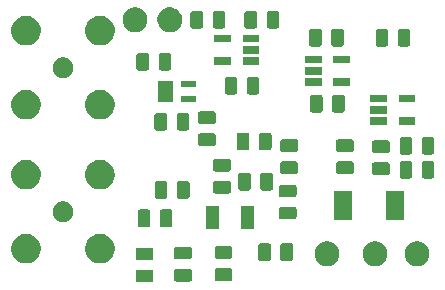
<source format=gts>
G04 #@! TF.GenerationSoftware,KiCad,Pcbnew,5.0.2-bee76a0~70~ubuntu18.04.1*
G04 #@! TF.CreationDate,2019-03-03T20:31:20-05:00*
G04 #@! TF.ProjectId,agc,6167632e-6b69-4636-9164-5f7063625858,rev?*
G04 #@! TF.SameCoordinates,Original*
G04 #@! TF.FileFunction,Soldermask,Top*
G04 #@! TF.FilePolarity,Negative*
%FSLAX46Y46*%
G04 Gerber Fmt 4.6, Leading zero omitted, Abs format (unit mm)*
G04 Created by KiCad (PCBNEW 5.0.2-bee76a0~70~ubuntu18.04.1) date Sun 03 Mar 2019 08:31:20 PM EST*
%MOMM*%
%LPD*%
G01*
G04 APERTURE LIST*
%ADD10C,0.100000*%
G04 APERTURE END LIST*
D10*
G36*
X86233266Y-148688765D02*
X86271937Y-148700496D01*
X86307579Y-148719548D01*
X86338817Y-148745183D01*
X86364452Y-148776421D01*
X86383504Y-148812063D01*
X86395235Y-148850734D01*
X86399800Y-148897088D01*
X86399800Y-149548312D01*
X86395235Y-149594666D01*
X86383504Y-149633337D01*
X86364452Y-149668979D01*
X86338817Y-149700217D01*
X86307579Y-149725852D01*
X86271937Y-149744904D01*
X86233266Y-149756635D01*
X86186912Y-149761200D01*
X85110688Y-149761200D01*
X85064334Y-149756635D01*
X85025663Y-149744904D01*
X84990021Y-149725852D01*
X84958783Y-149700217D01*
X84933148Y-149668979D01*
X84914096Y-149633337D01*
X84902365Y-149594666D01*
X84897800Y-149548312D01*
X84897800Y-148897088D01*
X84902365Y-148850734D01*
X84914096Y-148812063D01*
X84933148Y-148776421D01*
X84958783Y-148745183D01*
X84990021Y-148719548D01*
X85025663Y-148700496D01*
X85064334Y-148688765D01*
X85110688Y-148684200D01*
X86186912Y-148684200D01*
X86233266Y-148688765D01*
X86233266Y-148688765D01*
G37*
G36*
X89484466Y-148612565D02*
X89523137Y-148624296D01*
X89558779Y-148643348D01*
X89590017Y-148668983D01*
X89615652Y-148700221D01*
X89634704Y-148735863D01*
X89646435Y-148774534D01*
X89651000Y-148820888D01*
X89651000Y-149472112D01*
X89646435Y-149518466D01*
X89634704Y-149557137D01*
X89615652Y-149592779D01*
X89590017Y-149624017D01*
X89558779Y-149649652D01*
X89523137Y-149668704D01*
X89484466Y-149680435D01*
X89438112Y-149685000D01*
X88361888Y-149685000D01*
X88315534Y-149680435D01*
X88276863Y-149668704D01*
X88241221Y-149649652D01*
X88209983Y-149624017D01*
X88184348Y-149592779D01*
X88165296Y-149557137D01*
X88153565Y-149518466D01*
X88149000Y-149472112D01*
X88149000Y-148820888D01*
X88153565Y-148774534D01*
X88165296Y-148735863D01*
X88184348Y-148700221D01*
X88209983Y-148668983D01*
X88241221Y-148643348D01*
X88276863Y-148624296D01*
X88315534Y-148612565D01*
X88361888Y-148608000D01*
X89438112Y-148608000D01*
X89484466Y-148612565D01*
X89484466Y-148612565D01*
G37*
G36*
X92913466Y-148561765D02*
X92952137Y-148573496D01*
X92987779Y-148592548D01*
X93019017Y-148618183D01*
X93044652Y-148649421D01*
X93063704Y-148685063D01*
X93075435Y-148723734D01*
X93080000Y-148770088D01*
X93080000Y-149421312D01*
X93075435Y-149467666D01*
X93063704Y-149506337D01*
X93044652Y-149541979D01*
X93019017Y-149573217D01*
X92987779Y-149598852D01*
X92952137Y-149617904D01*
X92913466Y-149629635D01*
X92867112Y-149634200D01*
X91790888Y-149634200D01*
X91744534Y-149629635D01*
X91705863Y-149617904D01*
X91670221Y-149598852D01*
X91638983Y-149573217D01*
X91613348Y-149541979D01*
X91594296Y-149506337D01*
X91582565Y-149467666D01*
X91578000Y-149421312D01*
X91578000Y-148770088D01*
X91582565Y-148723734D01*
X91594296Y-148685063D01*
X91613348Y-148649421D01*
X91638983Y-148618183D01*
X91670221Y-148592548D01*
X91705863Y-148573496D01*
X91744534Y-148561765D01*
X91790888Y-148557200D01*
X92867112Y-148557200D01*
X92913466Y-148561765D01*
X92913466Y-148561765D01*
G37*
G36*
X109018414Y-146309879D02*
X109018416Y-146309880D01*
X109018417Y-146309880D01*
X109209594Y-146389068D01*
X109381651Y-146504033D01*
X109527967Y-146650349D01*
X109527969Y-146650352D01*
X109642932Y-146822406D01*
X109717426Y-147002250D01*
X109722121Y-147013586D01*
X109762490Y-147216534D01*
X109762490Y-147423466D01*
X109724004Y-147616950D01*
X109722120Y-147626417D01*
X109659420Y-147777788D01*
X109642932Y-147817594D01*
X109527967Y-147989651D01*
X109381651Y-148135967D01*
X109381648Y-148135969D01*
X109209594Y-148250932D01*
X109018417Y-148330120D01*
X109018416Y-148330120D01*
X109018414Y-148330121D01*
X108815466Y-148370490D01*
X108608534Y-148370490D01*
X108405586Y-148330121D01*
X108405584Y-148330120D01*
X108405583Y-148330120D01*
X108214406Y-148250932D01*
X108042352Y-148135969D01*
X108042349Y-148135967D01*
X107896033Y-147989651D01*
X107781068Y-147817594D01*
X107764580Y-147777788D01*
X107701880Y-147626417D01*
X107699997Y-147616950D01*
X107661510Y-147423466D01*
X107661510Y-147216534D01*
X107701879Y-147013586D01*
X107706575Y-147002250D01*
X107781068Y-146822406D01*
X107896031Y-146650352D01*
X107896033Y-146650349D01*
X108042349Y-146504033D01*
X108214406Y-146389068D01*
X108405583Y-146309880D01*
X108405584Y-146309880D01*
X108405586Y-146309879D01*
X108608534Y-146269510D01*
X108815466Y-146269510D01*
X109018414Y-146309879D01*
X109018414Y-146309879D01*
G37*
G36*
X105462414Y-146309879D02*
X105462416Y-146309880D01*
X105462417Y-146309880D01*
X105653594Y-146389068D01*
X105825651Y-146504033D01*
X105971967Y-146650349D01*
X105971969Y-146650352D01*
X106086932Y-146822406D01*
X106161426Y-147002250D01*
X106166121Y-147013586D01*
X106206490Y-147216534D01*
X106206490Y-147423466D01*
X106168004Y-147616950D01*
X106166120Y-147626417D01*
X106103420Y-147777788D01*
X106086932Y-147817594D01*
X105971967Y-147989651D01*
X105825651Y-148135967D01*
X105825648Y-148135969D01*
X105653594Y-148250932D01*
X105462417Y-148330120D01*
X105462416Y-148330120D01*
X105462414Y-148330121D01*
X105259466Y-148370490D01*
X105052534Y-148370490D01*
X104849586Y-148330121D01*
X104849584Y-148330120D01*
X104849583Y-148330120D01*
X104658406Y-148250932D01*
X104486352Y-148135969D01*
X104486349Y-148135967D01*
X104340033Y-147989651D01*
X104225068Y-147817594D01*
X104208580Y-147777788D01*
X104145880Y-147626417D01*
X104143997Y-147616950D01*
X104105510Y-147423466D01*
X104105510Y-147216534D01*
X104145879Y-147013586D01*
X104150575Y-147002250D01*
X104225068Y-146822406D01*
X104340031Y-146650352D01*
X104340033Y-146650349D01*
X104486349Y-146504033D01*
X104658406Y-146389068D01*
X104849583Y-146309880D01*
X104849584Y-146309880D01*
X104849586Y-146309879D01*
X105052534Y-146269510D01*
X105259466Y-146269510D01*
X105462414Y-146309879D01*
X105462414Y-146309879D01*
G37*
G36*
X101398414Y-146309879D02*
X101398416Y-146309880D01*
X101398417Y-146309880D01*
X101589594Y-146389068D01*
X101761651Y-146504033D01*
X101907967Y-146650349D01*
X101907969Y-146650352D01*
X102022932Y-146822406D01*
X102097426Y-147002250D01*
X102102121Y-147013586D01*
X102142490Y-147216534D01*
X102142490Y-147423466D01*
X102104004Y-147616950D01*
X102102120Y-147626417D01*
X102039420Y-147777788D01*
X102022932Y-147817594D01*
X101907967Y-147989651D01*
X101761651Y-148135967D01*
X101761648Y-148135969D01*
X101589594Y-148250932D01*
X101398417Y-148330120D01*
X101398416Y-148330120D01*
X101398414Y-148330121D01*
X101195466Y-148370490D01*
X100988534Y-148370490D01*
X100785586Y-148330121D01*
X100785584Y-148330120D01*
X100785583Y-148330120D01*
X100594406Y-148250932D01*
X100422352Y-148135969D01*
X100422349Y-148135967D01*
X100276033Y-147989651D01*
X100161068Y-147817594D01*
X100144580Y-147777788D01*
X100081880Y-147626417D01*
X100079997Y-147616950D01*
X100041510Y-147423466D01*
X100041510Y-147216534D01*
X100081879Y-147013586D01*
X100086575Y-147002250D01*
X100161068Y-146822406D01*
X100276031Y-146650352D01*
X100276033Y-146650349D01*
X100422349Y-146504033D01*
X100594406Y-146389068D01*
X100785583Y-146309880D01*
X100785584Y-146309880D01*
X100785586Y-146309879D01*
X100988534Y-146269510D01*
X101195466Y-146269510D01*
X101398414Y-146309879D01*
X101398414Y-146309879D01*
G37*
G36*
X75793636Y-145655019D02*
X75974903Y-145691075D01*
X76202571Y-145785378D01*
X76406542Y-145921668D01*
X76407469Y-145922287D01*
X76581713Y-146096531D01*
X76581715Y-146096534D01*
X76718622Y-146301429D01*
X76812925Y-146529097D01*
X76828662Y-146608212D01*
X76859066Y-146761061D01*
X76861000Y-146770787D01*
X76861000Y-147017213D01*
X76812925Y-147258903D01*
X76718622Y-147486571D01*
X76598077Y-147666979D01*
X76581713Y-147691469D01*
X76407469Y-147865713D01*
X76407466Y-147865715D01*
X76202571Y-148002622D01*
X75974903Y-148096925D01*
X75793635Y-148132981D01*
X75733214Y-148145000D01*
X75486786Y-148145000D01*
X75426365Y-148132981D01*
X75245097Y-148096925D01*
X75017429Y-148002622D01*
X74812534Y-147865715D01*
X74812531Y-147865713D01*
X74638287Y-147691469D01*
X74621923Y-147666979D01*
X74501378Y-147486571D01*
X74407075Y-147258903D01*
X74359000Y-147017213D01*
X74359000Y-146770787D01*
X74360935Y-146761061D01*
X74391338Y-146608212D01*
X74407075Y-146529097D01*
X74501378Y-146301429D01*
X74638285Y-146096534D01*
X74638287Y-146096531D01*
X74812531Y-145922287D01*
X74813458Y-145921668D01*
X75017429Y-145785378D01*
X75245097Y-145691075D01*
X75426364Y-145655019D01*
X75486786Y-145643000D01*
X75733214Y-145643000D01*
X75793636Y-145655019D01*
X75793636Y-145655019D01*
G37*
G36*
X82053636Y-145655019D02*
X82234903Y-145691075D01*
X82462571Y-145785378D01*
X82666542Y-145921668D01*
X82667469Y-145922287D01*
X82841713Y-146096531D01*
X82841715Y-146096534D01*
X82978622Y-146301429D01*
X83072925Y-146529097D01*
X83088662Y-146608212D01*
X83119066Y-146761061D01*
X83121000Y-146770787D01*
X83121000Y-147017213D01*
X83072925Y-147258903D01*
X82978622Y-147486571D01*
X82858077Y-147666979D01*
X82841713Y-147691469D01*
X82667469Y-147865713D01*
X82667466Y-147865715D01*
X82462571Y-148002622D01*
X82234903Y-148096925D01*
X82053635Y-148132981D01*
X81993214Y-148145000D01*
X81746786Y-148145000D01*
X81686365Y-148132981D01*
X81505097Y-148096925D01*
X81277429Y-148002622D01*
X81072534Y-147865715D01*
X81072531Y-147865713D01*
X80898287Y-147691469D01*
X80881923Y-147666979D01*
X80761378Y-147486571D01*
X80667075Y-147258903D01*
X80619000Y-147017213D01*
X80619000Y-146770787D01*
X80620935Y-146761061D01*
X80651338Y-146608212D01*
X80667075Y-146529097D01*
X80761378Y-146301429D01*
X80898285Y-146096534D01*
X80898287Y-146096531D01*
X81072531Y-145922287D01*
X81073458Y-145921668D01*
X81277429Y-145785378D01*
X81505097Y-145691075D01*
X81686364Y-145655019D01*
X81746786Y-145643000D01*
X81993214Y-145643000D01*
X82053636Y-145655019D01*
X82053636Y-145655019D01*
G37*
G36*
X96183066Y-146446565D02*
X96221737Y-146458296D01*
X96257379Y-146477348D01*
X96288617Y-146502983D01*
X96314252Y-146534221D01*
X96333304Y-146569863D01*
X96345035Y-146608534D01*
X96349600Y-146654888D01*
X96349600Y-147731112D01*
X96345035Y-147777466D01*
X96333304Y-147816137D01*
X96314252Y-147851779D01*
X96288617Y-147883017D01*
X96257379Y-147908652D01*
X96221737Y-147927704D01*
X96183066Y-147939435D01*
X96136712Y-147944000D01*
X95485488Y-147944000D01*
X95439134Y-147939435D01*
X95400463Y-147927704D01*
X95364821Y-147908652D01*
X95333583Y-147883017D01*
X95307948Y-147851779D01*
X95288896Y-147816137D01*
X95277165Y-147777466D01*
X95272600Y-147731112D01*
X95272600Y-146654888D01*
X95277165Y-146608534D01*
X95288896Y-146569863D01*
X95307948Y-146534221D01*
X95333583Y-146502983D01*
X95364821Y-146477348D01*
X95400463Y-146458296D01*
X95439134Y-146446565D01*
X95485488Y-146442000D01*
X96136712Y-146442000D01*
X96183066Y-146446565D01*
X96183066Y-146446565D01*
G37*
G36*
X98058066Y-146446565D02*
X98096737Y-146458296D01*
X98132379Y-146477348D01*
X98163617Y-146502983D01*
X98189252Y-146534221D01*
X98208304Y-146569863D01*
X98220035Y-146608534D01*
X98224600Y-146654888D01*
X98224600Y-147731112D01*
X98220035Y-147777466D01*
X98208304Y-147816137D01*
X98189252Y-147851779D01*
X98163617Y-147883017D01*
X98132379Y-147908652D01*
X98096737Y-147927704D01*
X98058066Y-147939435D01*
X98011712Y-147944000D01*
X97360488Y-147944000D01*
X97314134Y-147939435D01*
X97275463Y-147927704D01*
X97239821Y-147908652D01*
X97208583Y-147883017D01*
X97182948Y-147851779D01*
X97163896Y-147816137D01*
X97152165Y-147777466D01*
X97147600Y-147731112D01*
X97147600Y-146654888D01*
X97152165Y-146608534D01*
X97163896Y-146569863D01*
X97182948Y-146534221D01*
X97208583Y-146502983D01*
X97239821Y-146477348D01*
X97275463Y-146458296D01*
X97314134Y-146446565D01*
X97360488Y-146442000D01*
X98011712Y-146442000D01*
X98058066Y-146446565D01*
X98058066Y-146446565D01*
G37*
G36*
X86233266Y-146813765D02*
X86271937Y-146825496D01*
X86307579Y-146844548D01*
X86338817Y-146870183D01*
X86364452Y-146901421D01*
X86383504Y-146937063D01*
X86395235Y-146975734D01*
X86399800Y-147022088D01*
X86399800Y-147673312D01*
X86395235Y-147719666D01*
X86383504Y-147758337D01*
X86364452Y-147793979D01*
X86338817Y-147825217D01*
X86307579Y-147850852D01*
X86271937Y-147869904D01*
X86233266Y-147881635D01*
X86186912Y-147886200D01*
X85110688Y-147886200D01*
X85064334Y-147881635D01*
X85025663Y-147869904D01*
X84990021Y-147850852D01*
X84958783Y-147825217D01*
X84933148Y-147793979D01*
X84914096Y-147758337D01*
X84902365Y-147719666D01*
X84897800Y-147673312D01*
X84897800Y-147022088D01*
X84902365Y-146975734D01*
X84914096Y-146937063D01*
X84933148Y-146901421D01*
X84958783Y-146870183D01*
X84990021Y-146844548D01*
X85025663Y-146825496D01*
X85064334Y-146813765D01*
X85110688Y-146809200D01*
X86186912Y-146809200D01*
X86233266Y-146813765D01*
X86233266Y-146813765D01*
G37*
G36*
X89484466Y-146737565D02*
X89523137Y-146749296D01*
X89558779Y-146768348D01*
X89590017Y-146793983D01*
X89615652Y-146825221D01*
X89634704Y-146860863D01*
X89646435Y-146899534D01*
X89651000Y-146945888D01*
X89651000Y-147597112D01*
X89646435Y-147643466D01*
X89634704Y-147682137D01*
X89615652Y-147717779D01*
X89590017Y-147749017D01*
X89558779Y-147774652D01*
X89523137Y-147793704D01*
X89484466Y-147805435D01*
X89438112Y-147810000D01*
X88361888Y-147810000D01*
X88315534Y-147805435D01*
X88276863Y-147793704D01*
X88241221Y-147774652D01*
X88209983Y-147749017D01*
X88184348Y-147717779D01*
X88165296Y-147682137D01*
X88153565Y-147643466D01*
X88149000Y-147597112D01*
X88149000Y-146945888D01*
X88153565Y-146899534D01*
X88165296Y-146860863D01*
X88184348Y-146825221D01*
X88209983Y-146793983D01*
X88241221Y-146768348D01*
X88276863Y-146749296D01*
X88315534Y-146737565D01*
X88361888Y-146733000D01*
X89438112Y-146733000D01*
X89484466Y-146737565D01*
X89484466Y-146737565D01*
G37*
G36*
X92913466Y-146686765D02*
X92952137Y-146698496D01*
X92987779Y-146717548D01*
X93019017Y-146743183D01*
X93044652Y-146774421D01*
X93063704Y-146810063D01*
X93075435Y-146848734D01*
X93080000Y-146895088D01*
X93080000Y-147546312D01*
X93075435Y-147592666D01*
X93063704Y-147631337D01*
X93044652Y-147666979D01*
X93019017Y-147698217D01*
X92987779Y-147723852D01*
X92952137Y-147742904D01*
X92913466Y-147754635D01*
X92867112Y-147759200D01*
X91790888Y-147759200D01*
X91744534Y-147754635D01*
X91705863Y-147742904D01*
X91670221Y-147723852D01*
X91638983Y-147698217D01*
X91613348Y-147666979D01*
X91594296Y-147631337D01*
X91582565Y-147592666D01*
X91578000Y-147546312D01*
X91578000Y-146895088D01*
X91582565Y-146848734D01*
X91594296Y-146810063D01*
X91613348Y-146774421D01*
X91638983Y-146743183D01*
X91670221Y-146717548D01*
X91705863Y-146698496D01*
X91744534Y-146686765D01*
X91790888Y-146682200D01*
X92867112Y-146682200D01*
X92913466Y-146686765D01*
X92913466Y-146686765D01*
G37*
G36*
X91913400Y-145207600D02*
X90811400Y-145207600D01*
X90811400Y-143285600D01*
X91913400Y-143285600D01*
X91913400Y-145207600D01*
X91913400Y-145207600D01*
G37*
G36*
X94913400Y-145207600D02*
X93811400Y-145207600D01*
X93811400Y-143285600D01*
X94913400Y-143285600D01*
X94913400Y-145207600D01*
X94913400Y-145207600D01*
G37*
G36*
X87847266Y-143576365D02*
X87885937Y-143588096D01*
X87921579Y-143607148D01*
X87952817Y-143632783D01*
X87978452Y-143664021D01*
X87997504Y-143699663D01*
X88009235Y-143738334D01*
X88013800Y-143784688D01*
X88013800Y-144860912D01*
X88009235Y-144907266D01*
X87997504Y-144945937D01*
X87978452Y-144981579D01*
X87952817Y-145012817D01*
X87921579Y-145038452D01*
X87885937Y-145057504D01*
X87847266Y-145069235D01*
X87800912Y-145073800D01*
X87149688Y-145073800D01*
X87103334Y-145069235D01*
X87064663Y-145057504D01*
X87029021Y-145038452D01*
X86997783Y-145012817D01*
X86972148Y-144981579D01*
X86953096Y-144945937D01*
X86941365Y-144907266D01*
X86936800Y-144860912D01*
X86936800Y-143784688D01*
X86941365Y-143738334D01*
X86953096Y-143699663D01*
X86972148Y-143664021D01*
X86997783Y-143632783D01*
X87029021Y-143607148D01*
X87064663Y-143588096D01*
X87103334Y-143576365D01*
X87149688Y-143571800D01*
X87800912Y-143571800D01*
X87847266Y-143576365D01*
X87847266Y-143576365D01*
G37*
G36*
X85972266Y-143576365D02*
X86010937Y-143588096D01*
X86046579Y-143607148D01*
X86077817Y-143632783D01*
X86103452Y-143664021D01*
X86122504Y-143699663D01*
X86134235Y-143738334D01*
X86138800Y-143784688D01*
X86138800Y-144860912D01*
X86134235Y-144907266D01*
X86122504Y-144945937D01*
X86103452Y-144981579D01*
X86077817Y-145012817D01*
X86046579Y-145038452D01*
X86010937Y-145057504D01*
X85972266Y-145069235D01*
X85925912Y-145073800D01*
X85274688Y-145073800D01*
X85228334Y-145069235D01*
X85189663Y-145057504D01*
X85154021Y-145038452D01*
X85122783Y-145012817D01*
X85097148Y-144981579D01*
X85078096Y-144945937D01*
X85066365Y-144907266D01*
X85061800Y-144860912D01*
X85061800Y-143784688D01*
X85066365Y-143738334D01*
X85078096Y-143699663D01*
X85097148Y-143664021D01*
X85122783Y-143632783D01*
X85154021Y-143607148D01*
X85189663Y-143588096D01*
X85228334Y-143576365D01*
X85274688Y-143571800D01*
X85925912Y-143571800D01*
X85972266Y-143576365D01*
X85972266Y-143576365D01*
G37*
G36*
X78868589Y-142896416D02*
X78995520Y-142921664D01*
X79154942Y-142987699D01*
X79298418Y-143083566D01*
X79420434Y-143205582D01*
X79516301Y-143349058D01*
X79582336Y-143508480D01*
X79599008Y-143592295D01*
X79610618Y-143650661D01*
X79616000Y-143677721D01*
X79616000Y-143850279D01*
X79582336Y-144019520D01*
X79516301Y-144178942D01*
X79420434Y-144322418D01*
X79298418Y-144444434D01*
X79154942Y-144540301D01*
X78995520Y-144606336D01*
X78868589Y-144631584D01*
X78826280Y-144640000D01*
X78653720Y-144640000D01*
X78611411Y-144631584D01*
X78484480Y-144606336D01*
X78325058Y-144540301D01*
X78181582Y-144444434D01*
X78059566Y-144322418D01*
X77963699Y-144178942D01*
X77897664Y-144019520D01*
X77864000Y-143850279D01*
X77864000Y-143677721D01*
X77869383Y-143650661D01*
X77880992Y-143592295D01*
X77897664Y-143508480D01*
X77963699Y-143349058D01*
X78059566Y-143205582D01*
X78181582Y-143083566D01*
X78325058Y-142987699D01*
X78484480Y-142921664D01*
X78611411Y-142896416D01*
X78653720Y-142888000D01*
X78826280Y-142888000D01*
X78868589Y-142896416D01*
X78868589Y-142896416D01*
G37*
G36*
X103175000Y-144500800D02*
X101701400Y-144500800D01*
X101701400Y-142011200D01*
X103175000Y-142011200D01*
X103175000Y-144500800D01*
X103175000Y-144500800D01*
G37*
G36*
X107594600Y-144500800D02*
X106121000Y-144500800D01*
X106121000Y-142011200D01*
X107594600Y-142011200D01*
X107594600Y-144500800D01*
X107594600Y-144500800D01*
G37*
G36*
X98349066Y-143352465D02*
X98387737Y-143364196D01*
X98423379Y-143383248D01*
X98454617Y-143408883D01*
X98480252Y-143440121D01*
X98499304Y-143475763D01*
X98511035Y-143514434D01*
X98515600Y-143560788D01*
X98515600Y-144212012D01*
X98511035Y-144258366D01*
X98499304Y-144297037D01*
X98480252Y-144332679D01*
X98454617Y-144363917D01*
X98423379Y-144389552D01*
X98387737Y-144408604D01*
X98349066Y-144420335D01*
X98302712Y-144424900D01*
X97226488Y-144424900D01*
X97180134Y-144420335D01*
X97141463Y-144408604D01*
X97105821Y-144389552D01*
X97074583Y-144363917D01*
X97048948Y-144332679D01*
X97029896Y-144297037D01*
X97018165Y-144258366D01*
X97013600Y-144212012D01*
X97013600Y-143560788D01*
X97018165Y-143514434D01*
X97029896Y-143475763D01*
X97048948Y-143440121D01*
X97074583Y-143408883D01*
X97105821Y-143383248D01*
X97141463Y-143364196D01*
X97180134Y-143352465D01*
X97226488Y-143347900D01*
X98302712Y-143347900D01*
X98349066Y-143352465D01*
X98349066Y-143352465D01*
G37*
G36*
X89295066Y-141163365D02*
X89333737Y-141175096D01*
X89369379Y-141194148D01*
X89400617Y-141219783D01*
X89426252Y-141251021D01*
X89445304Y-141286663D01*
X89457035Y-141325334D01*
X89461600Y-141371688D01*
X89461600Y-142447912D01*
X89457035Y-142494266D01*
X89445304Y-142532937D01*
X89426252Y-142568579D01*
X89400617Y-142599817D01*
X89369379Y-142625452D01*
X89333737Y-142644504D01*
X89295066Y-142656235D01*
X89248712Y-142660800D01*
X88597488Y-142660800D01*
X88551134Y-142656235D01*
X88512463Y-142644504D01*
X88476821Y-142625452D01*
X88445583Y-142599817D01*
X88419948Y-142568579D01*
X88400896Y-142532937D01*
X88389165Y-142494266D01*
X88384600Y-142447912D01*
X88384600Y-141371688D01*
X88389165Y-141325334D01*
X88400896Y-141286663D01*
X88419948Y-141251021D01*
X88445583Y-141219783D01*
X88476821Y-141194148D01*
X88512463Y-141175096D01*
X88551134Y-141163365D01*
X88597488Y-141158800D01*
X89248712Y-141158800D01*
X89295066Y-141163365D01*
X89295066Y-141163365D01*
G37*
G36*
X87420066Y-141163365D02*
X87458737Y-141175096D01*
X87494379Y-141194148D01*
X87525617Y-141219783D01*
X87551252Y-141251021D01*
X87570304Y-141286663D01*
X87582035Y-141325334D01*
X87586600Y-141371688D01*
X87586600Y-142447912D01*
X87582035Y-142494266D01*
X87570304Y-142532937D01*
X87551252Y-142568579D01*
X87525617Y-142599817D01*
X87494379Y-142625452D01*
X87458737Y-142644504D01*
X87420066Y-142656235D01*
X87373712Y-142660800D01*
X86722488Y-142660800D01*
X86676134Y-142656235D01*
X86637463Y-142644504D01*
X86601821Y-142625452D01*
X86570583Y-142599817D01*
X86544948Y-142568579D01*
X86525896Y-142532937D01*
X86514165Y-142494266D01*
X86509600Y-142447912D01*
X86509600Y-141371688D01*
X86514165Y-141325334D01*
X86525896Y-141286663D01*
X86544948Y-141251021D01*
X86570583Y-141219783D01*
X86601821Y-141194148D01*
X86637463Y-141175096D01*
X86676134Y-141163365D01*
X86722488Y-141158800D01*
X87373712Y-141158800D01*
X87420066Y-141163365D01*
X87420066Y-141163365D01*
G37*
G36*
X98349066Y-141477465D02*
X98387737Y-141489196D01*
X98423379Y-141508248D01*
X98454617Y-141533883D01*
X98480252Y-141565121D01*
X98499304Y-141600763D01*
X98511035Y-141639434D01*
X98515600Y-141685788D01*
X98515600Y-142337012D01*
X98511035Y-142383366D01*
X98499304Y-142422037D01*
X98480252Y-142457679D01*
X98454617Y-142488917D01*
X98423379Y-142514552D01*
X98387737Y-142533604D01*
X98349066Y-142545335D01*
X98302712Y-142549900D01*
X97226488Y-142549900D01*
X97180134Y-142545335D01*
X97141463Y-142533604D01*
X97105821Y-142514552D01*
X97074583Y-142488917D01*
X97048948Y-142457679D01*
X97029896Y-142422037D01*
X97018165Y-142383366D01*
X97013600Y-142337012D01*
X97013600Y-141685788D01*
X97018165Y-141639434D01*
X97029896Y-141600763D01*
X97048948Y-141565121D01*
X97074583Y-141533883D01*
X97105821Y-141508248D01*
X97141463Y-141489196D01*
X97180134Y-141477465D01*
X97226488Y-141472900D01*
X98302712Y-141472900D01*
X98349066Y-141477465D01*
X98349066Y-141477465D01*
G37*
G36*
X92786466Y-141170365D02*
X92825137Y-141182096D01*
X92860779Y-141201148D01*
X92892017Y-141226783D01*
X92917652Y-141258021D01*
X92936704Y-141293663D01*
X92948435Y-141332334D01*
X92953000Y-141378688D01*
X92953000Y-142029912D01*
X92948435Y-142076266D01*
X92936704Y-142114937D01*
X92917652Y-142150579D01*
X92892017Y-142181817D01*
X92860779Y-142207452D01*
X92825137Y-142226504D01*
X92786466Y-142238235D01*
X92740112Y-142242800D01*
X91663888Y-142242800D01*
X91617534Y-142238235D01*
X91578863Y-142226504D01*
X91543221Y-142207452D01*
X91511983Y-142181817D01*
X91486348Y-142150579D01*
X91467296Y-142114937D01*
X91455565Y-142076266D01*
X91451000Y-142029912D01*
X91451000Y-141378688D01*
X91455565Y-141332334D01*
X91467296Y-141293663D01*
X91486348Y-141258021D01*
X91511983Y-141226783D01*
X91543221Y-141201148D01*
X91578863Y-141182096D01*
X91617534Y-141170365D01*
X91663888Y-141165800D01*
X92740112Y-141165800D01*
X92786466Y-141170365D01*
X92786466Y-141170365D01*
G37*
G36*
X96358566Y-140477565D02*
X96397237Y-140489296D01*
X96432879Y-140508348D01*
X96464117Y-140533983D01*
X96489752Y-140565221D01*
X96508804Y-140600863D01*
X96520535Y-140639534D01*
X96525100Y-140685888D01*
X96525100Y-141762112D01*
X96520535Y-141808466D01*
X96508804Y-141847137D01*
X96489752Y-141882779D01*
X96464117Y-141914017D01*
X96432879Y-141939652D01*
X96397237Y-141958704D01*
X96358566Y-141970435D01*
X96312212Y-141975000D01*
X95660988Y-141975000D01*
X95614634Y-141970435D01*
X95575963Y-141958704D01*
X95540321Y-141939652D01*
X95509083Y-141914017D01*
X95483448Y-141882779D01*
X95464396Y-141847137D01*
X95452665Y-141808466D01*
X95448100Y-141762112D01*
X95448100Y-140685888D01*
X95452665Y-140639534D01*
X95464396Y-140600863D01*
X95483448Y-140565221D01*
X95509083Y-140533983D01*
X95540321Y-140508348D01*
X95575963Y-140489296D01*
X95614634Y-140477565D01*
X95660988Y-140473000D01*
X96312212Y-140473000D01*
X96358566Y-140477565D01*
X96358566Y-140477565D01*
G37*
G36*
X94483566Y-140477565D02*
X94522237Y-140489296D01*
X94557879Y-140508348D01*
X94589117Y-140533983D01*
X94614752Y-140565221D01*
X94633804Y-140600863D01*
X94645535Y-140639534D01*
X94650100Y-140685888D01*
X94650100Y-141762112D01*
X94645535Y-141808466D01*
X94633804Y-141847137D01*
X94614752Y-141882779D01*
X94589117Y-141914017D01*
X94557879Y-141939652D01*
X94522237Y-141958704D01*
X94483566Y-141970435D01*
X94437212Y-141975000D01*
X93785988Y-141975000D01*
X93739634Y-141970435D01*
X93700963Y-141958704D01*
X93665321Y-141939652D01*
X93634083Y-141914017D01*
X93608448Y-141882779D01*
X93589396Y-141847137D01*
X93577665Y-141808466D01*
X93573100Y-141762112D01*
X93573100Y-140685888D01*
X93577665Y-140639534D01*
X93589396Y-140600863D01*
X93608448Y-140565221D01*
X93634083Y-140533983D01*
X93665321Y-140508348D01*
X93700963Y-140489296D01*
X93739634Y-140477565D01*
X93785988Y-140473000D01*
X94437212Y-140473000D01*
X94483566Y-140477565D01*
X94483566Y-140477565D01*
G37*
G36*
X75793635Y-139395019D02*
X75974903Y-139431075D01*
X76202571Y-139525378D01*
X76392048Y-139651983D01*
X76407469Y-139662287D01*
X76581713Y-139836531D01*
X76581715Y-139836534D01*
X76718622Y-140041429D01*
X76812925Y-140269097D01*
X76843531Y-140422966D01*
X76857561Y-140493495D01*
X76861000Y-140510787D01*
X76861000Y-140757213D01*
X76812925Y-140998903D01*
X76718622Y-141226571D01*
X76582332Y-141430542D01*
X76581713Y-141431469D01*
X76407469Y-141605713D01*
X76407466Y-141605715D01*
X76202571Y-141742622D01*
X75974903Y-141836925D01*
X75793635Y-141872981D01*
X75733214Y-141885000D01*
X75486786Y-141885000D01*
X75426365Y-141872981D01*
X75245097Y-141836925D01*
X75017429Y-141742622D01*
X74812534Y-141605715D01*
X74812531Y-141605713D01*
X74638287Y-141431469D01*
X74637668Y-141430542D01*
X74501378Y-141226571D01*
X74407075Y-140998903D01*
X74359000Y-140757213D01*
X74359000Y-140510787D01*
X74362440Y-140493495D01*
X74376469Y-140422966D01*
X74407075Y-140269097D01*
X74501378Y-140041429D01*
X74638285Y-139836534D01*
X74638287Y-139836531D01*
X74812531Y-139662287D01*
X74827952Y-139651983D01*
X75017429Y-139525378D01*
X75245097Y-139431075D01*
X75426365Y-139395019D01*
X75486786Y-139383000D01*
X75733214Y-139383000D01*
X75793635Y-139395019D01*
X75793635Y-139395019D01*
G37*
G36*
X82053635Y-139395019D02*
X82234903Y-139431075D01*
X82462571Y-139525378D01*
X82652048Y-139651983D01*
X82667469Y-139662287D01*
X82841713Y-139836531D01*
X82841715Y-139836534D01*
X82978622Y-140041429D01*
X83072925Y-140269097D01*
X83103531Y-140422966D01*
X83117561Y-140493495D01*
X83121000Y-140510787D01*
X83121000Y-140757213D01*
X83072925Y-140998903D01*
X82978622Y-141226571D01*
X82842332Y-141430542D01*
X82841713Y-141431469D01*
X82667469Y-141605713D01*
X82667466Y-141605715D01*
X82462571Y-141742622D01*
X82234903Y-141836925D01*
X82053635Y-141872981D01*
X81993214Y-141885000D01*
X81746786Y-141885000D01*
X81686365Y-141872981D01*
X81505097Y-141836925D01*
X81277429Y-141742622D01*
X81072534Y-141605715D01*
X81072531Y-141605713D01*
X80898287Y-141431469D01*
X80897668Y-141430542D01*
X80761378Y-141226571D01*
X80667075Y-140998903D01*
X80619000Y-140757213D01*
X80619000Y-140510787D01*
X80622440Y-140493495D01*
X80636469Y-140422966D01*
X80667075Y-140269097D01*
X80761378Y-140041429D01*
X80898285Y-139836534D01*
X80898287Y-139836531D01*
X81072531Y-139662287D01*
X81087952Y-139651983D01*
X81277429Y-139525378D01*
X81505097Y-139431075D01*
X81686365Y-139395019D01*
X81746786Y-139383000D01*
X81993214Y-139383000D01*
X82053635Y-139395019D01*
X82053635Y-139395019D01*
G37*
G36*
X108146466Y-139461565D02*
X108185137Y-139473296D01*
X108220779Y-139492348D01*
X108252017Y-139517983D01*
X108277652Y-139549221D01*
X108296704Y-139584863D01*
X108308435Y-139623534D01*
X108313000Y-139669888D01*
X108313000Y-140746112D01*
X108308435Y-140792466D01*
X108296704Y-140831137D01*
X108277652Y-140866779D01*
X108252017Y-140898017D01*
X108220779Y-140923652D01*
X108185137Y-140942704D01*
X108146466Y-140954435D01*
X108100112Y-140959000D01*
X107448888Y-140959000D01*
X107402534Y-140954435D01*
X107363863Y-140942704D01*
X107328221Y-140923652D01*
X107296983Y-140898017D01*
X107271348Y-140866779D01*
X107252296Y-140831137D01*
X107240565Y-140792466D01*
X107236000Y-140746112D01*
X107236000Y-139669888D01*
X107240565Y-139623534D01*
X107252296Y-139584863D01*
X107271348Y-139549221D01*
X107296983Y-139517983D01*
X107328221Y-139492348D01*
X107363863Y-139473296D01*
X107402534Y-139461565D01*
X107448888Y-139457000D01*
X108100112Y-139457000D01*
X108146466Y-139461565D01*
X108146466Y-139461565D01*
G37*
G36*
X110021466Y-139461565D02*
X110060137Y-139473296D01*
X110095779Y-139492348D01*
X110127017Y-139517983D01*
X110152652Y-139549221D01*
X110171704Y-139584863D01*
X110183435Y-139623534D01*
X110188000Y-139669888D01*
X110188000Y-140746112D01*
X110183435Y-140792466D01*
X110171704Y-140831137D01*
X110152652Y-140866779D01*
X110127017Y-140898017D01*
X110095779Y-140923652D01*
X110060137Y-140942704D01*
X110021466Y-140954435D01*
X109975112Y-140959000D01*
X109323888Y-140959000D01*
X109277534Y-140954435D01*
X109238863Y-140942704D01*
X109203221Y-140923652D01*
X109171983Y-140898017D01*
X109146348Y-140866779D01*
X109127296Y-140831137D01*
X109115565Y-140792466D01*
X109111000Y-140746112D01*
X109111000Y-139669888D01*
X109115565Y-139623534D01*
X109127296Y-139584863D01*
X109146348Y-139549221D01*
X109171983Y-139517983D01*
X109203221Y-139492348D01*
X109238863Y-139473296D01*
X109277534Y-139461565D01*
X109323888Y-139457000D01*
X109975112Y-139457000D01*
X110021466Y-139461565D01*
X110021466Y-139461565D01*
G37*
G36*
X106248466Y-139595565D02*
X106287137Y-139607296D01*
X106322779Y-139626348D01*
X106354017Y-139651983D01*
X106379652Y-139683221D01*
X106398704Y-139718863D01*
X106410435Y-139757534D01*
X106415000Y-139803888D01*
X106415000Y-140455112D01*
X106410435Y-140501466D01*
X106398704Y-140540137D01*
X106379652Y-140575779D01*
X106354017Y-140607017D01*
X106322779Y-140632652D01*
X106287137Y-140651704D01*
X106248466Y-140663435D01*
X106202112Y-140668000D01*
X105125888Y-140668000D01*
X105079534Y-140663435D01*
X105040863Y-140651704D01*
X105005221Y-140632652D01*
X104973983Y-140607017D01*
X104948348Y-140575779D01*
X104929296Y-140540137D01*
X104917565Y-140501466D01*
X104913000Y-140455112D01*
X104913000Y-139803888D01*
X104917565Y-139757534D01*
X104929296Y-139718863D01*
X104948348Y-139683221D01*
X104973983Y-139651983D01*
X105005221Y-139626348D01*
X105040863Y-139607296D01*
X105079534Y-139595565D01*
X105125888Y-139591000D01*
X106202112Y-139591000D01*
X106248466Y-139595565D01*
X106248466Y-139595565D01*
G37*
G36*
X98476066Y-139517065D02*
X98514737Y-139528796D01*
X98550379Y-139547848D01*
X98581617Y-139573483D01*
X98607252Y-139604721D01*
X98626304Y-139640363D01*
X98638035Y-139679034D01*
X98642600Y-139725388D01*
X98642600Y-140376612D01*
X98638035Y-140422966D01*
X98626304Y-140461637D01*
X98607252Y-140497279D01*
X98581617Y-140528517D01*
X98550379Y-140554152D01*
X98514737Y-140573204D01*
X98476066Y-140584935D01*
X98429712Y-140589500D01*
X97353488Y-140589500D01*
X97307134Y-140584935D01*
X97268463Y-140573204D01*
X97232821Y-140554152D01*
X97201583Y-140528517D01*
X97175948Y-140497279D01*
X97156896Y-140461637D01*
X97145165Y-140422966D01*
X97140600Y-140376612D01*
X97140600Y-139725388D01*
X97145165Y-139679034D01*
X97156896Y-139640363D01*
X97175948Y-139604721D01*
X97201583Y-139573483D01*
X97232821Y-139547848D01*
X97268463Y-139528796D01*
X97307134Y-139517065D01*
X97353488Y-139512500D01*
X98429712Y-139512500D01*
X98476066Y-139517065D01*
X98476066Y-139517065D01*
G37*
G36*
X103200466Y-139517065D02*
X103239137Y-139528796D01*
X103274779Y-139547848D01*
X103306017Y-139573483D01*
X103331652Y-139604721D01*
X103350704Y-139640363D01*
X103362435Y-139679034D01*
X103367000Y-139725388D01*
X103367000Y-140376612D01*
X103362435Y-140422966D01*
X103350704Y-140461637D01*
X103331652Y-140497279D01*
X103306017Y-140528517D01*
X103274779Y-140554152D01*
X103239137Y-140573204D01*
X103200466Y-140584935D01*
X103154112Y-140589500D01*
X102077888Y-140589500D01*
X102031534Y-140584935D01*
X101992863Y-140573204D01*
X101957221Y-140554152D01*
X101925983Y-140528517D01*
X101900348Y-140497279D01*
X101881296Y-140461637D01*
X101869565Y-140422966D01*
X101865000Y-140376612D01*
X101865000Y-139725388D01*
X101869565Y-139679034D01*
X101881296Y-139640363D01*
X101900348Y-139604721D01*
X101925983Y-139573483D01*
X101957221Y-139547848D01*
X101992863Y-139528796D01*
X102031534Y-139517065D01*
X102077888Y-139512500D01*
X103154112Y-139512500D01*
X103200466Y-139517065D01*
X103200466Y-139517065D01*
G37*
G36*
X92786466Y-139295365D02*
X92825137Y-139307096D01*
X92860779Y-139326148D01*
X92892017Y-139351783D01*
X92917652Y-139383021D01*
X92936704Y-139418663D01*
X92948435Y-139457334D01*
X92953000Y-139503688D01*
X92953000Y-140154912D01*
X92948435Y-140201266D01*
X92936704Y-140239937D01*
X92917652Y-140275579D01*
X92892017Y-140306817D01*
X92860779Y-140332452D01*
X92825137Y-140351504D01*
X92786466Y-140363235D01*
X92740112Y-140367800D01*
X91663888Y-140367800D01*
X91617534Y-140363235D01*
X91578863Y-140351504D01*
X91543221Y-140332452D01*
X91511983Y-140306817D01*
X91486348Y-140275579D01*
X91467296Y-140239937D01*
X91455565Y-140201266D01*
X91451000Y-140154912D01*
X91451000Y-139503688D01*
X91455565Y-139457334D01*
X91467296Y-139418663D01*
X91486348Y-139383021D01*
X91511983Y-139351783D01*
X91543221Y-139326148D01*
X91578863Y-139307096D01*
X91617534Y-139295365D01*
X91663888Y-139290800D01*
X92740112Y-139290800D01*
X92786466Y-139295365D01*
X92786466Y-139295365D01*
G37*
G36*
X110021466Y-137429565D02*
X110060137Y-137441296D01*
X110095779Y-137460348D01*
X110127017Y-137485983D01*
X110152652Y-137517221D01*
X110171704Y-137552863D01*
X110183435Y-137591534D01*
X110188000Y-137637888D01*
X110188000Y-138714112D01*
X110183435Y-138760466D01*
X110171704Y-138799137D01*
X110152652Y-138834779D01*
X110127017Y-138866017D01*
X110095779Y-138891652D01*
X110060137Y-138910704D01*
X110021466Y-138922435D01*
X109975112Y-138927000D01*
X109323888Y-138927000D01*
X109277534Y-138922435D01*
X109238863Y-138910704D01*
X109203221Y-138891652D01*
X109171983Y-138866017D01*
X109146348Y-138834779D01*
X109127296Y-138799137D01*
X109115565Y-138760466D01*
X109111000Y-138714112D01*
X109111000Y-137637888D01*
X109115565Y-137591534D01*
X109127296Y-137552863D01*
X109146348Y-137517221D01*
X109171983Y-137485983D01*
X109203221Y-137460348D01*
X109238863Y-137441296D01*
X109277534Y-137429565D01*
X109323888Y-137425000D01*
X109975112Y-137425000D01*
X110021466Y-137429565D01*
X110021466Y-137429565D01*
G37*
G36*
X108146466Y-137429565D02*
X108185137Y-137441296D01*
X108220779Y-137460348D01*
X108252017Y-137485983D01*
X108277652Y-137517221D01*
X108296704Y-137552863D01*
X108308435Y-137591534D01*
X108313000Y-137637888D01*
X108313000Y-138714112D01*
X108308435Y-138760466D01*
X108296704Y-138799137D01*
X108277652Y-138834779D01*
X108252017Y-138866017D01*
X108220779Y-138891652D01*
X108185137Y-138910704D01*
X108146466Y-138922435D01*
X108100112Y-138927000D01*
X107448888Y-138927000D01*
X107402534Y-138922435D01*
X107363863Y-138910704D01*
X107328221Y-138891652D01*
X107296983Y-138866017D01*
X107271348Y-138834779D01*
X107252296Y-138799137D01*
X107240565Y-138760466D01*
X107236000Y-138714112D01*
X107236000Y-137637888D01*
X107240565Y-137591534D01*
X107252296Y-137552863D01*
X107271348Y-137517221D01*
X107296983Y-137485983D01*
X107328221Y-137460348D01*
X107363863Y-137441296D01*
X107402534Y-137429565D01*
X107448888Y-137425000D01*
X108100112Y-137425000D01*
X108146466Y-137429565D01*
X108146466Y-137429565D01*
G37*
G36*
X106248466Y-137720565D02*
X106287137Y-137732296D01*
X106322779Y-137751348D01*
X106354017Y-137776983D01*
X106379652Y-137808221D01*
X106398704Y-137843863D01*
X106410435Y-137882534D01*
X106415000Y-137928888D01*
X106415000Y-138580112D01*
X106410435Y-138626466D01*
X106398704Y-138665137D01*
X106379652Y-138700779D01*
X106354017Y-138732017D01*
X106322779Y-138757652D01*
X106287137Y-138776704D01*
X106248466Y-138788435D01*
X106202112Y-138793000D01*
X105125888Y-138793000D01*
X105079534Y-138788435D01*
X105040863Y-138776704D01*
X105005221Y-138757652D01*
X104973983Y-138732017D01*
X104948348Y-138700779D01*
X104929296Y-138665137D01*
X104917565Y-138626466D01*
X104913000Y-138580112D01*
X104913000Y-137928888D01*
X104917565Y-137882534D01*
X104929296Y-137843863D01*
X104948348Y-137808221D01*
X104973983Y-137776983D01*
X105005221Y-137751348D01*
X105040863Y-137732296D01*
X105079534Y-137720565D01*
X105125888Y-137716000D01*
X106202112Y-137716000D01*
X106248466Y-137720565D01*
X106248466Y-137720565D01*
G37*
G36*
X103200466Y-137642065D02*
X103239137Y-137653796D01*
X103274779Y-137672848D01*
X103306017Y-137698483D01*
X103331652Y-137729721D01*
X103350704Y-137765363D01*
X103362435Y-137804034D01*
X103367000Y-137850388D01*
X103367000Y-138501612D01*
X103362435Y-138547966D01*
X103350704Y-138586637D01*
X103331652Y-138622279D01*
X103306017Y-138653517D01*
X103274779Y-138679152D01*
X103239137Y-138698204D01*
X103200466Y-138709935D01*
X103154112Y-138714500D01*
X102077888Y-138714500D01*
X102031534Y-138709935D01*
X101992863Y-138698204D01*
X101957221Y-138679152D01*
X101925983Y-138653517D01*
X101900348Y-138622279D01*
X101881296Y-138586637D01*
X101869565Y-138547966D01*
X101865000Y-138501612D01*
X101865000Y-137850388D01*
X101869565Y-137804034D01*
X101881296Y-137765363D01*
X101900348Y-137729721D01*
X101925983Y-137698483D01*
X101957221Y-137672848D01*
X101992863Y-137653796D01*
X102031534Y-137642065D01*
X102077888Y-137637500D01*
X103154112Y-137637500D01*
X103200466Y-137642065D01*
X103200466Y-137642065D01*
G37*
G36*
X98476066Y-137642065D02*
X98514737Y-137653796D01*
X98550379Y-137672848D01*
X98581617Y-137698483D01*
X98607252Y-137729721D01*
X98626304Y-137765363D01*
X98638035Y-137804034D01*
X98642600Y-137850388D01*
X98642600Y-138501612D01*
X98638035Y-138547966D01*
X98626304Y-138586637D01*
X98607252Y-138622279D01*
X98581617Y-138653517D01*
X98550379Y-138679152D01*
X98514737Y-138698204D01*
X98476066Y-138709935D01*
X98429712Y-138714500D01*
X97353488Y-138714500D01*
X97307134Y-138709935D01*
X97268463Y-138698204D01*
X97232821Y-138679152D01*
X97201583Y-138653517D01*
X97175948Y-138622279D01*
X97156896Y-138586637D01*
X97145165Y-138547966D01*
X97140600Y-138501612D01*
X97140600Y-137850388D01*
X97145165Y-137804034D01*
X97156896Y-137765363D01*
X97175948Y-137729721D01*
X97201583Y-137698483D01*
X97232821Y-137672848D01*
X97268463Y-137653796D01*
X97307134Y-137642065D01*
X97353488Y-137637500D01*
X98429712Y-137637500D01*
X98476066Y-137642065D01*
X98476066Y-137642065D01*
G37*
G36*
X96231566Y-137073965D02*
X96270237Y-137085696D01*
X96305879Y-137104748D01*
X96337117Y-137130383D01*
X96362752Y-137161621D01*
X96381804Y-137197263D01*
X96393535Y-137235934D01*
X96398100Y-137282288D01*
X96398100Y-138358512D01*
X96393535Y-138404866D01*
X96381804Y-138443537D01*
X96362752Y-138479179D01*
X96337117Y-138510417D01*
X96305879Y-138536052D01*
X96270237Y-138555104D01*
X96231566Y-138566835D01*
X96185212Y-138571400D01*
X95533988Y-138571400D01*
X95487634Y-138566835D01*
X95448963Y-138555104D01*
X95413321Y-138536052D01*
X95382083Y-138510417D01*
X95356448Y-138479179D01*
X95337396Y-138443537D01*
X95325665Y-138404866D01*
X95321100Y-138358512D01*
X95321100Y-137282288D01*
X95325665Y-137235934D01*
X95337396Y-137197263D01*
X95356448Y-137161621D01*
X95382083Y-137130383D01*
X95413321Y-137104748D01*
X95448963Y-137085696D01*
X95487634Y-137073965D01*
X95533988Y-137069400D01*
X96185212Y-137069400D01*
X96231566Y-137073965D01*
X96231566Y-137073965D01*
G37*
G36*
X94356566Y-137073965D02*
X94395237Y-137085696D01*
X94430879Y-137104748D01*
X94462117Y-137130383D01*
X94487752Y-137161621D01*
X94506804Y-137197263D01*
X94518535Y-137235934D01*
X94523100Y-137282288D01*
X94523100Y-138358512D01*
X94518535Y-138404866D01*
X94506804Y-138443537D01*
X94487752Y-138479179D01*
X94462117Y-138510417D01*
X94430879Y-138536052D01*
X94395237Y-138555104D01*
X94356566Y-138566835D01*
X94310212Y-138571400D01*
X93658988Y-138571400D01*
X93612634Y-138566835D01*
X93573963Y-138555104D01*
X93538321Y-138536052D01*
X93507083Y-138510417D01*
X93481448Y-138479179D01*
X93462396Y-138443537D01*
X93450665Y-138404866D01*
X93446100Y-138358512D01*
X93446100Y-137282288D01*
X93450665Y-137235934D01*
X93462396Y-137197263D01*
X93481448Y-137161621D01*
X93507083Y-137130383D01*
X93538321Y-137104748D01*
X93573963Y-137085696D01*
X93612634Y-137073965D01*
X93658988Y-137069400D01*
X94310212Y-137069400D01*
X94356566Y-137073965D01*
X94356566Y-137073965D01*
G37*
G36*
X91516466Y-137134065D02*
X91555137Y-137145796D01*
X91590779Y-137164848D01*
X91622017Y-137190483D01*
X91647652Y-137221721D01*
X91666704Y-137257363D01*
X91678435Y-137296034D01*
X91683000Y-137342388D01*
X91683000Y-137993612D01*
X91678435Y-138039966D01*
X91666704Y-138078637D01*
X91647652Y-138114279D01*
X91622017Y-138145517D01*
X91590779Y-138171152D01*
X91555137Y-138190204D01*
X91516466Y-138201935D01*
X91470112Y-138206500D01*
X90393888Y-138206500D01*
X90347534Y-138201935D01*
X90308863Y-138190204D01*
X90273221Y-138171152D01*
X90241983Y-138145517D01*
X90216348Y-138114279D01*
X90197296Y-138078637D01*
X90185565Y-138039966D01*
X90181000Y-137993612D01*
X90181000Y-137342388D01*
X90185565Y-137296034D01*
X90197296Y-137257363D01*
X90216348Y-137221721D01*
X90241983Y-137190483D01*
X90273221Y-137164848D01*
X90308863Y-137145796D01*
X90347534Y-137134065D01*
X90393888Y-137129500D01*
X91470112Y-137129500D01*
X91516466Y-137134065D01*
X91516466Y-137134065D01*
G37*
G36*
X87396966Y-135397565D02*
X87435637Y-135409296D01*
X87471279Y-135428348D01*
X87502517Y-135453983D01*
X87528152Y-135485221D01*
X87547204Y-135520863D01*
X87558935Y-135559534D01*
X87563500Y-135605888D01*
X87563500Y-136682112D01*
X87558935Y-136728466D01*
X87547204Y-136767137D01*
X87528152Y-136802779D01*
X87502517Y-136834017D01*
X87471279Y-136859652D01*
X87435637Y-136878704D01*
X87396966Y-136890435D01*
X87350612Y-136895000D01*
X86699388Y-136895000D01*
X86653034Y-136890435D01*
X86614363Y-136878704D01*
X86578721Y-136859652D01*
X86547483Y-136834017D01*
X86521848Y-136802779D01*
X86502796Y-136767137D01*
X86491065Y-136728466D01*
X86486500Y-136682112D01*
X86486500Y-135605888D01*
X86491065Y-135559534D01*
X86502796Y-135520863D01*
X86521848Y-135485221D01*
X86547483Y-135453983D01*
X86578721Y-135428348D01*
X86614363Y-135409296D01*
X86653034Y-135397565D01*
X86699388Y-135393000D01*
X87350612Y-135393000D01*
X87396966Y-135397565D01*
X87396966Y-135397565D01*
G37*
G36*
X89271966Y-135397565D02*
X89310637Y-135409296D01*
X89346279Y-135428348D01*
X89377517Y-135453983D01*
X89403152Y-135485221D01*
X89422204Y-135520863D01*
X89433935Y-135559534D01*
X89438500Y-135605888D01*
X89438500Y-136682112D01*
X89433935Y-136728466D01*
X89422204Y-136767137D01*
X89403152Y-136802779D01*
X89377517Y-136834017D01*
X89346279Y-136859652D01*
X89310637Y-136878704D01*
X89271966Y-136890435D01*
X89225612Y-136895000D01*
X88574388Y-136895000D01*
X88528034Y-136890435D01*
X88489363Y-136878704D01*
X88453721Y-136859652D01*
X88422483Y-136834017D01*
X88396848Y-136802779D01*
X88377796Y-136767137D01*
X88366065Y-136728466D01*
X88361500Y-136682112D01*
X88361500Y-135605888D01*
X88366065Y-135559534D01*
X88377796Y-135520863D01*
X88396848Y-135485221D01*
X88422483Y-135453983D01*
X88453721Y-135428348D01*
X88489363Y-135409296D01*
X88528034Y-135397565D01*
X88574388Y-135393000D01*
X89225612Y-135393000D01*
X89271966Y-135397565D01*
X89271966Y-135397565D01*
G37*
G36*
X106146800Y-136398200D02*
X104774800Y-136398200D01*
X104774800Y-135737400D01*
X106146800Y-135737400D01*
X106146800Y-136398200D01*
X106146800Y-136398200D01*
G37*
G36*
X108585200Y-136398200D02*
X107213200Y-136398200D01*
X107213200Y-135737400D01*
X108585200Y-135737400D01*
X108585200Y-136398200D01*
X108585200Y-136398200D01*
G37*
G36*
X91516466Y-135259065D02*
X91555137Y-135270796D01*
X91590779Y-135289848D01*
X91622017Y-135315483D01*
X91647652Y-135346721D01*
X91666704Y-135382363D01*
X91678435Y-135421034D01*
X91683000Y-135467388D01*
X91683000Y-136118612D01*
X91678435Y-136164966D01*
X91666704Y-136203637D01*
X91647652Y-136239279D01*
X91622017Y-136270517D01*
X91590779Y-136296152D01*
X91555137Y-136315204D01*
X91516466Y-136326935D01*
X91470112Y-136331500D01*
X90393888Y-136331500D01*
X90347534Y-136326935D01*
X90308863Y-136315204D01*
X90273221Y-136296152D01*
X90241983Y-136270517D01*
X90216348Y-136239279D01*
X90197296Y-136203637D01*
X90185565Y-136164966D01*
X90181000Y-136118612D01*
X90181000Y-135467388D01*
X90185565Y-135421034D01*
X90197296Y-135382363D01*
X90216348Y-135346721D01*
X90241983Y-135315483D01*
X90273221Y-135289848D01*
X90308863Y-135270796D01*
X90347534Y-135259065D01*
X90393888Y-135254500D01*
X91470112Y-135254500D01*
X91516466Y-135259065D01*
X91516466Y-135259065D01*
G37*
G36*
X82053636Y-133463019D02*
X82234903Y-133499075D01*
X82462571Y-133593378D01*
X82650782Y-133719137D01*
X82667469Y-133730287D01*
X82841713Y-133904531D01*
X82841715Y-133904534D01*
X82978622Y-134109429D01*
X83072925Y-134337097D01*
X83121000Y-134578787D01*
X83121000Y-134825213D01*
X83072925Y-135066903D01*
X82978622Y-135294571D01*
X82863149Y-135467388D01*
X82841713Y-135499469D01*
X82667469Y-135673713D01*
X82667466Y-135673715D01*
X82462571Y-135810622D01*
X82234903Y-135904925D01*
X82053635Y-135940981D01*
X81993214Y-135953000D01*
X81746786Y-135953000D01*
X81686365Y-135940981D01*
X81505097Y-135904925D01*
X81277429Y-135810622D01*
X81072534Y-135673715D01*
X81072531Y-135673713D01*
X80898287Y-135499469D01*
X80876851Y-135467388D01*
X80761378Y-135294571D01*
X80667075Y-135066903D01*
X80619000Y-134825213D01*
X80619000Y-134578787D01*
X80667075Y-134337097D01*
X80761378Y-134109429D01*
X80898285Y-133904534D01*
X80898287Y-133904531D01*
X81072531Y-133730287D01*
X81089218Y-133719137D01*
X81277429Y-133593378D01*
X81505097Y-133499075D01*
X81686364Y-133463019D01*
X81746786Y-133451000D01*
X81993214Y-133451000D01*
X82053636Y-133463019D01*
X82053636Y-133463019D01*
G37*
G36*
X75793636Y-133463019D02*
X75974903Y-133499075D01*
X76202571Y-133593378D01*
X76390782Y-133719137D01*
X76407469Y-133730287D01*
X76581713Y-133904531D01*
X76581715Y-133904534D01*
X76718622Y-134109429D01*
X76812925Y-134337097D01*
X76861000Y-134578787D01*
X76861000Y-134825213D01*
X76812925Y-135066903D01*
X76718622Y-135294571D01*
X76603149Y-135467388D01*
X76581713Y-135499469D01*
X76407469Y-135673713D01*
X76407466Y-135673715D01*
X76202571Y-135810622D01*
X75974903Y-135904925D01*
X75793635Y-135940981D01*
X75733214Y-135953000D01*
X75486786Y-135953000D01*
X75426365Y-135940981D01*
X75245097Y-135904925D01*
X75017429Y-135810622D01*
X74812534Y-135673715D01*
X74812531Y-135673713D01*
X74638287Y-135499469D01*
X74616851Y-135467388D01*
X74501378Y-135294571D01*
X74407075Y-135066903D01*
X74359000Y-134825213D01*
X74359000Y-134578787D01*
X74407075Y-134337097D01*
X74501378Y-134109429D01*
X74638285Y-133904534D01*
X74638287Y-133904531D01*
X74812531Y-133730287D01*
X74829218Y-133719137D01*
X75017429Y-133593378D01*
X75245097Y-133499075D01*
X75426364Y-133463019D01*
X75486786Y-133451000D01*
X75733214Y-133451000D01*
X75793636Y-133463019D01*
X75793636Y-133463019D01*
G37*
G36*
X106146800Y-135458400D02*
X104774800Y-135458400D01*
X104774800Y-134797600D01*
X106146800Y-134797600D01*
X106146800Y-135458400D01*
X106146800Y-135458400D01*
G37*
G36*
X100558966Y-133873565D02*
X100597637Y-133885296D01*
X100633279Y-133904348D01*
X100664517Y-133929983D01*
X100690152Y-133961221D01*
X100709204Y-133996863D01*
X100720935Y-134035534D01*
X100725500Y-134081888D01*
X100725500Y-135158112D01*
X100720935Y-135204466D01*
X100709204Y-135243137D01*
X100690152Y-135278779D01*
X100664517Y-135310017D01*
X100633279Y-135335652D01*
X100597637Y-135354704D01*
X100558966Y-135366435D01*
X100512612Y-135371000D01*
X99861388Y-135371000D01*
X99815034Y-135366435D01*
X99776363Y-135354704D01*
X99740721Y-135335652D01*
X99709483Y-135310017D01*
X99683848Y-135278779D01*
X99664796Y-135243137D01*
X99653065Y-135204466D01*
X99648500Y-135158112D01*
X99648500Y-134081888D01*
X99653065Y-134035534D01*
X99664796Y-133996863D01*
X99683848Y-133961221D01*
X99709483Y-133929983D01*
X99740721Y-133904348D01*
X99776363Y-133885296D01*
X99815034Y-133873565D01*
X99861388Y-133869000D01*
X100512612Y-133869000D01*
X100558966Y-133873565D01*
X100558966Y-133873565D01*
G37*
G36*
X102433966Y-133873565D02*
X102472637Y-133885296D01*
X102508279Y-133904348D01*
X102539517Y-133929983D01*
X102565152Y-133961221D01*
X102584204Y-133996863D01*
X102595935Y-134035534D01*
X102600500Y-134081888D01*
X102600500Y-135158112D01*
X102595935Y-135204466D01*
X102584204Y-135243137D01*
X102565152Y-135278779D01*
X102539517Y-135310017D01*
X102508279Y-135335652D01*
X102472637Y-135354704D01*
X102433966Y-135366435D01*
X102387612Y-135371000D01*
X101736388Y-135371000D01*
X101690034Y-135366435D01*
X101651363Y-135354704D01*
X101615721Y-135335652D01*
X101584483Y-135310017D01*
X101558848Y-135278779D01*
X101539796Y-135243137D01*
X101528065Y-135204466D01*
X101523500Y-135158112D01*
X101523500Y-134081888D01*
X101528065Y-134035534D01*
X101539796Y-133996863D01*
X101558848Y-133961221D01*
X101584483Y-133929983D01*
X101615721Y-133904348D01*
X101651363Y-133885296D01*
X101690034Y-133873565D01*
X101736388Y-133869000D01*
X102387612Y-133869000D01*
X102433966Y-133873565D01*
X102433966Y-133873565D01*
G37*
G36*
X106146800Y-134518600D02*
X104774800Y-134518600D01*
X104774800Y-133857800D01*
X106146800Y-133857800D01*
X106146800Y-134518600D01*
X106146800Y-134518600D01*
G37*
G36*
X108585200Y-134518600D02*
X107213200Y-134518600D01*
X107213200Y-133857800D01*
X108585200Y-133857800D01*
X108585200Y-134518600D01*
X108585200Y-134518600D01*
G37*
G36*
X88078000Y-134505000D02*
X86786000Y-134505000D01*
X86786000Y-132703000D01*
X88078000Y-132703000D01*
X88078000Y-134505000D01*
X88078000Y-134505000D01*
G37*
G36*
X89998000Y-134505000D02*
X88706000Y-134505000D01*
X88706000Y-134003000D01*
X89998000Y-134003000D01*
X89998000Y-134505000D01*
X89998000Y-134505000D01*
G37*
G36*
X93335966Y-132349565D02*
X93374637Y-132361296D01*
X93410279Y-132380348D01*
X93441517Y-132405983D01*
X93467152Y-132437221D01*
X93486204Y-132472863D01*
X93497935Y-132511534D01*
X93502500Y-132557888D01*
X93502500Y-133634112D01*
X93497935Y-133680466D01*
X93486204Y-133719137D01*
X93467152Y-133754779D01*
X93441517Y-133786017D01*
X93410279Y-133811652D01*
X93374637Y-133830704D01*
X93335966Y-133842435D01*
X93289612Y-133847000D01*
X92638388Y-133847000D01*
X92592034Y-133842435D01*
X92553363Y-133830704D01*
X92517721Y-133811652D01*
X92486483Y-133786017D01*
X92460848Y-133754779D01*
X92441796Y-133719137D01*
X92430065Y-133680466D01*
X92425500Y-133634112D01*
X92425500Y-132557888D01*
X92430065Y-132511534D01*
X92441796Y-132472863D01*
X92460848Y-132437221D01*
X92486483Y-132405983D01*
X92517721Y-132380348D01*
X92553363Y-132361296D01*
X92592034Y-132349565D01*
X92638388Y-132345000D01*
X93289612Y-132345000D01*
X93335966Y-132349565D01*
X93335966Y-132349565D01*
G37*
G36*
X95210966Y-132349565D02*
X95249637Y-132361296D01*
X95285279Y-132380348D01*
X95316517Y-132405983D01*
X95342152Y-132437221D01*
X95361204Y-132472863D01*
X95372935Y-132511534D01*
X95377500Y-132557888D01*
X95377500Y-133634112D01*
X95372935Y-133680466D01*
X95361204Y-133719137D01*
X95342152Y-133754779D01*
X95316517Y-133786017D01*
X95285279Y-133811652D01*
X95249637Y-133830704D01*
X95210966Y-133842435D01*
X95164612Y-133847000D01*
X94513388Y-133847000D01*
X94467034Y-133842435D01*
X94428363Y-133830704D01*
X94392721Y-133811652D01*
X94361483Y-133786017D01*
X94335848Y-133754779D01*
X94316796Y-133719137D01*
X94305065Y-133680466D01*
X94300500Y-133634112D01*
X94300500Y-132557888D01*
X94305065Y-132511534D01*
X94316796Y-132472863D01*
X94335848Y-132437221D01*
X94361483Y-132405983D01*
X94392721Y-132380348D01*
X94428363Y-132361296D01*
X94467034Y-132349565D01*
X94513388Y-132345000D01*
X95164612Y-132345000D01*
X95210966Y-132349565D01*
X95210966Y-132349565D01*
G37*
G36*
X89998000Y-133205000D02*
X88706000Y-133205000D01*
X88706000Y-132703000D01*
X89998000Y-132703000D01*
X89998000Y-133205000D01*
X89998000Y-133205000D01*
G37*
G36*
X100667500Y-133096200D02*
X99244700Y-133096200D01*
X99244700Y-132435400D01*
X100667500Y-132435400D01*
X100667500Y-133096200D01*
X100667500Y-133096200D01*
G37*
G36*
X103004300Y-133096200D02*
X101581500Y-133096200D01*
X101581500Y-132435400D01*
X103004300Y-132435400D01*
X103004300Y-133096200D01*
X103004300Y-133096200D01*
G37*
G36*
X78868589Y-130704416D02*
X78995520Y-130729664D01*
X79154942Y-130795699D01*
X79298418Y-130891566D01*
X79420434Y-131013582D01*
X79516301Y-131157058D01*
X79582336Y-131316480D01*
X79616000Y-131485721D01*
X79616000Y-131658279D01*
X79582336Y-131827520D01*
X79516301Y-131986942D01*
X79420434Y-132130418D01*
X79298418Y-132252434D01*
X79154942Y-132348301D01*
X78995520Y-132414336D01*
X78880469Y-132437221D01*
X78826280Y-132448000D01*
X78653720Y-132448000D01*
X78599531Y-132437221D01*
X78484480Y-132414336D01*
X78325058Y-132348301D01*
X78181582Y-132252434D01*
X78059566Y-132130418D01*
X77963699Y-131986942D01*
X77897664Y-131827520D01*
X77864000Y-131658279D01*
X77864000Y-131485721D01*
X77897664Y-131316480D01*
X77963699Y-131157058D01*
X78059566Y-131013582D01*
X78181582Y-130891566D01*
X78325058Y-130795699D01*
X78484480Y-130729664D01*
X78611411Y-130704416D01*
X78653720Y-130696000D01*
X78826280Y-130696000D01*
X78868589Y-130704416D01*
X78868589Y-130704416D01*
G37*
G36*
X100667500Y-132156400D02*
X99244700Y-132156400D01*
X99244700Y-131495600D01*
X100667500Y-131495600D01*
X100667500Y-132156400D01*
X100667500Y-132156400D01*
G37*
G36*
X87747966Y-130317565D02*
X87786637Y-130329296D01*
X87822279Y-130348348D01*
X87853517Y-130373983D01*
X87879152Y-130405221D01*
X87898204Y-130440863D01*
X87909935Y-130479534D01*
X87914500Y-130525888D01*
X87914500Y-131602112D01*
X87909935Y-131648466D01*
X87898204Y-131687137D01*
X87879152Y-131722779D01*
X87853517Y-131754017D01*
X87822279Y-131779652D01*
X87786637Y-131798704D01*
X87747966Y-131810435D01*
X87701612Y-131815000D01*
X87050388Y-131815000D01*
X87004034Y-131810435D01*
X86965363Y-131798704D01*
X86929721Y-131779652D01*
X86898483Y-131754017D01*
X86872848Y-131722779D01*
X86853796Y-131687137D01*
X86842065Y-131648466D01*
X86837500Y-131602112D01*
X86837500Y-130525888D01*
X86842065Y-130479534D01*
X86853796Y-130440863D01*
X86872848Y-130405221D01*
X86898483Y-130373983D01*
X86929721Y-130348348D01*
X86965363Y-130329296D01*
X87004034Y-130317565D01*
X87050388Y-130313000D01*
X87701612Y-130313000D01*
X87747966Y-130317565D01*
X87747966Y-130317565D01*
G37*
G36*
X85872966Y-130317565D02*
X85911637Y-130329296D01*
X85947279Y-130348348D01*
X85978517Y-130373983D01*
X86004152Y-130405221D01*
X86023204Y-130440863D01*
X86034935Y-130479534D01*
X86039500Y-130525888D01*
X86039500Y-131602112D01*
X86034935Y-131648466D01*
X86023204Y-131687137D01*
X86004152Y-131722779D01*
X85978517Y-131754017D01*
X85947279Y-131779652D01*
X85911637Y-131798704D01*
X85872966Y-131810435D01*
X85826612Y-131815000D01*
X85175388Y-131815000D01*
X85129034Y-131810435D01*
X85090363Y-131798704D01*
X85054721Y-131779652D01*
X85023483Y-131754017D01*
X84997848Y-131722779D01*
X84978796Y-131687137D01*
X84967065Y-131648466D01*
X84962500Y-131602112D01*
X84962500Y-130525888D01*
X84967065Y-130479534D01*
X84978796Y-130440863D01*
X84997848Y-130405221D01*
X85023483Y-130373983D01*
X85054721Y-130348348D01*
X85090363Y-130329296D01*
X85129034Y-130317565D01*
X85175388Y-130313000D01*
X85826612Y-130313000D01*
X85872966Y-130317565D01*
X85872966Y-130317565D01*
G37*
G36*
X95377200Y-131318200D02*
X94005200Y-131318200D01*
X94005200Y-130657400D01*
X95377200Y-130657400D01*
X95377200Y-131318200D01*
X95377200Y-131318200D01*
G37*
G36*
X92938800Y-131318200D02*
X91566800Y-131318200D01*
X91566800Y-130657400D01*
X92938800Y-130657400D01*
X92938800Y-131318200D01*
X92938800Y-131318200D01*
G37*
G36*
X103004300Y-131216600D02*
X101581500Y-131216600D01*
X101581500Y-130555800D01*
X103004300Y-130555800D01*
X103004300Y-131216600D01*
X103004300Y-131216600D01*
G37*
G36*
X100667500Y-131216600D02*
X99244700Y-131216600D01*
X99244700Y-130555800D01*
X100667500Y-130555800D01*
X100667500Y-131216600D01*
X100667500Y-131216600D01*
G37*
G36*
X95377200Y-130378400D02*
X94005200Y-130378400D01*
X94005200Y-129717600D01*
X95377200Y-129717600D01*
X95377200Y-130378400D01*
X95377200Y-130378400D01*
G37*
G36*
X106114466Y-128285565D02*
X106153137Y-128297296D01*
X106188779Y-128316348D01*
X106220017Y-128341983D01*
X106245652Y-128373221D01*
X106264704Y-128408863D01*
X106276435Y-128447534D01*
X106281000Y-128493888D01*
X106281000Y-129570112D01*
X106276435Y-129616466D01*
X106264704Y-129655137D01*
X106245652Y-129690779D01*
X106220017Y-129722017D01*
X106188779Y-129747652D01*
X106153137Y-129766704D01*
X106114466Y-129778435D01*
X106068112Y-129783000D01*
X105416888Y-129783000D01*
X105370534Y-129778435D01*
X105331863Y-129766704D01*
X105296221Y-129747652D01*
X105264983Y-129722017D01*
X105239348Y-129690779D01*
X105220296Y-129655137D01*
X105208565Y-129616466D01*
X105204000Y-129570112D01*
X105204000Y-128493888D01*
X105208565Y-128447534D01*
X105220296Y-128408863D01*
X105239348Y-128373221D01*
X105264983Y-128341983D01*
X105296221Y-128316348D01*
X105331863Y-128297296D01*
X105370534Y-128285565D01*
X105416888Y-128281000D01*
X106068112Y-128281000D01*
X106114466Y-128285565D01*
X106114466Y-128285565D01*
G37*
G36*
X102355466Y-128285565D02*
X102394137Y-128297296D01*
X102429779Y-128316348D01*
X102461017Y-128341983D01*
X102486652Y-128373221D01*
X102505704Y-128408863D01*
X102517435Y-128447534D01*
X102522000Y-128493888D01*
X102522000Y-129570112D01*
X102517435Y-129616466D01*
X102505704Y-129655137D01*
X102486652Y-129690779D01*
X102461017Y-129722017D01*
X102429779Y-129747652D01*
X102394137Y-129766704D01*
X102355466Y-129778435D01*
X102309112Y-129783000D01*
X101657888Y-129783000D01*
X101611534Y-129778435D01*
X101572863Y-129766704D01*
X101537221Y-129747652D01*
X101505983Y-129722017D01*
X101480348Y-129690779D01*
X101461296Y-129655137D01*
X101449565Y-129616466D01*
X101445000Y-129570112D01*
X101445000Y-128493888D01*
X101449565Y-128447534D01*
X101461296Y-128408863D01*
X101480348Y-128373221D01*
X101505983Y-128341983D01*
X101537221Y-128316348D01*
X101572863Y-128297296D01*
X101611534Y-128285565D01*
X101657888Y-128281000D01*
X102309112Y-128281000D01*
X102355466Y-128285565D01*
X102355466Y-128285565D01*
G37*
G36*
X100480466Y-128285565D02*
X100519137Y-128297296D01*
X100554779Y-128316348D01*
X100586017Y-128341983D01*
X100611652Y-128373221D01*
X100630704Y-128408863D01*
X100642435Y-128447534D01*
X100647000Y-128493888D01*
X100647000Y-129570112D01*
X100642435Y-129616466D01*
X100630704Y-129655137D01*
X100611652Y-129690779D01*
X100586017Y-129722017D01*
X100554779Y-129747652D01*
X100519137Y-129766704D01*
X100480466Y-129778435D01*
X100434112Y-129783000D01*
X99782888Y-129783000D01*
X99736534Y-129778435D01*
X99697863Y-129766704D01*
X99662221Y-129747652D01*
X99630983Y-129722017D01*
X99605348Y-129690779D01*
X99586296Y-129655137D01*
X99574565Y-129616466D01*
X99570000Y-129570112D01*
X99570000Y-128493888D01*
X99574565Y-128447534D01*
X99586296Y-128408863D01*
X99605348Y-128373221D01*
X99630983Y-128341983D01*
X99662221Y-128316348D01*
X99697863Y-128297296D01*
X99736534Y-128285565D01*
X99782888Y-128281000D01*
X100434112Y-128281000D01*
X100480466Y-128285565D01*
X100480466Y-128285565D01*
G37*
G36*
X107989466Y-128285565D02*
X108028137Y-128297296D01*
X108063779Y-128316348D01*
X108095017Y-128341983D01*
X108120652Y-128373221D01*
X108139704Y-128408863D01*
X108151435Y-128447534D01*
X108156000Y-128493888D01*
X108156000Y-129570112D01*
X108151435Y-129616466D01*
X108139704Y-129655137D01*
X108120652Y-129690779D01*
X108095017Y-129722017D01*
X108063779Y-129747652D01*
X108028137Y-129766704D01*
X107989466Y-129778435D01*
X107943112Y-129783000D01*
X107291888Y-129783000D01*
X107245534Y-129778435D01*
X107206863Y-129766704D01*
X107171221Y-129747652D01*
X107139983Y-129722017D01*
X107114348Y-129690779D01*
X107095296Y-129655137D01*
X107083565Y-129616466D01*
X107079000Y-129570112D01*
X107079000Y-128493888D01*
X107083565Y-128447534D01*
X107095296Y-128408863D01*
X107114348Y-128373221D01*
X107139983Y-128341983D01*
X107171221Y-128316348D01*
X107206863Y-128297296D01*
X107245534Y-128285565D01*
X107291888Y-128281000D01*
X107943112Y-128281000D01*
X107989466Y-128285565D01*
X107989466Y-128285565D01*
G37*
G36*
X75786433Y-127201586D02*
X75974903Y-127239075D01*
X76202571Y-127333378D01*
X76406542Y-127469668D01*
X76407469Y-127470287D01*
X76581713Y-127644531D01*
X76581715Y-127644534D01*
X76718622Y-127849429D01*
X76812925Y-128077097D01*
X76845031Y-128238505D01*
X76857561Y-128301495D01*
X76861000Y-128318787D01*
X76861000Y-128565213D01*
X76812925Y-128806903D01*
X76718622Y-129034571D01*
X76582332Y-129238542D01*
X76581713Y-129239469D01*
X76407469Y-129413713D01*
X76407466Y-129413715D01*
X76202571Y-129550622D01*
X75974903Y-129644925D01*
X75793635Y-129680981D01*
X75733214Y-129693000D01*
X75486786Y-129693000D01*
X75426365Y-129680981D01*
X75245097Y-129644925D01*
X75017429Y-129550622D01*
X74812534Y-129413715D01*
X74812531Y-129413713D01*
X74638287Y-129239469D01*
X74637668Y-129238542D01*
X74501378Y-129034571D01*
X74407075Y-128806903D01*
X74359000Y-128565213D01*
X74359000Y-128318787D01*
X74362440Y-128301495D01*
X74374969Y-128238505D01*
X74407075Y-128077097D01*
X74501378Y-127849429D01*
X74638285Y-127644534D01*
X74638287Y-127644531D01*
X74812531Y-127470287D01*
X74813458Y-127469668D01*
X75017429Y-127333378D01*
X75245097Y-127239075D01*
X75433567Y-127201586D01*
X75486786Y-127191000D01*
X75733214Y-127191000D01*
X75786433Y-127201586D01*
X75786433Y-127201586D01*
G37*
G36*
X82046433Y-127201586D02*
X82234903Y-127239075D01*
X82462571Y-127333378D01*
X82666542Y-127469668D01*
X82667469Y-127470287D01*
X82841713Y-127644531D01*
X82841715Y-127644534D01*
X82978622Y-127849429D01*
X83072925Y-128077097D01*
X83105031Y-128238505D01*
X83117561Y-128301495D01*
X83121000Y-128318787D01*
X83121000Y-128565213D01*
X83072925Y-128806903D01*
X82978622Y-129034571D01*
X82842332Y-129238542D01*
X82841713Y-129239469D01*
X82667469Y-129413713D01*
X82667466Y-129413715D01*
X82462571Y-129550622D01*
X82234903Y-129644925D01*
X82053635Y-129680981D01*
X81993214Y-129693000D01*
X81746786Y-129693000D01*
X81686365Y-129680981D01*
X81505097Y-129644925D01*
X81277429Y-129550622D01*
X81072534Y-129413715D01*
X81072531Y-129413713D01*
X80898287Y-129239469D01*
X80897668Y-129238542D01*
X80761378Y-129034571D01*
X80667075Y-128806903D01*
X80619000Y-128565213D01*
X80619000Y-128318787D01*
X80622440Y-128301495D01*
X80634969Y-128238505D01*
X80667075Y-128077097D01*
X80761378Y-127849429D01*
X80898285Y-127644534D01*
X80898287Y-127644531D01*
X81072531Y-127470287D01*
X81073458Y-127469668D01*
X81277429Y-127333378D01*
X81505097Y-127239075D01*
X81693567Y-127201586D01*
X81746786Y-127191000D01*
X81993214Y-127191000D01*
X82046433Y-127201586D01*
X82046433Y-127201586D01*
G37*
G36*
X92938800Y-129438600D02*
X91566800Y-129438600D01*
X91566800Y-128777800D01*
X92938800Y-128777800D01*
X92938800Y-129438600D01*
X92938800Y-129438600D01*
G37*
G36*
X95377200Y-129438600D02*
X94005200Y-129438600D01*
X94005200Y-128777800D01*
X95377200Y-128777800D01*
X95377200Y-129438600D01*
X95377200Y-129438600D01*
G37*
G36*
X88084116Y-126497879D02*
X88084118Y-126497880D01*
X88084119Y-126497880D01*
X88275296Y-126577068D01*
X88447353Y-126692033D01*
X88593669Y-126838349D01*
X88593671Y-126838352D01*
X88708634Y-127010406D01*
X88787822Y-127201583D01*
X88828192Y-127404536D01*
X88828192Y-127611464D01*
X88787822Y-127814417D01*
X88715197Y-127989750D01*
X88708634Y-128005594D01*
X88593669Y-128177651D01*
X88447353Y-128323967D01*
X88447350Y-128323969D01*
X88275296Y-128438932D01*
X88084119Y-128518120D01*
X88084118Y-128518120D01*
X88084116Y-128518121D01*
X87881168Y-128558490D01*
X87674236Y-128558490D01*
X87471288Y-128518121D01*
X87471286Y-128518120D01*
X87471285Y-128518120D01*
X87280108Y-128438932D01*
X87108054Y-128323969D01*
X87108051Y-128323967D01*
X86961735Y-128177651D01*
X86846770Y-128005594D01*
X86840207Y-127989750D01*
X86767582Y-127814417D01*
X86727212Y-127611464D01*
X86727212Y-127404536D01*
X86767582Y-127201583D01*
X86846770Y-127010406D01*
X86961733Y-126838352D01*
X86961735Y-126838349D01*
X87108051Y-126692033D01*
X87280108Y-126577068D01*
X87471285Y-126497880D01*
X87471286Y-126497880D01*
X87471288Y-126497879D01*
X87674236Y-126457510D01*
X87881168Y-126457510D01*
X88084116Y-126497879D01*
X88084116Y-126497879D01*
G37*
G36*
X85142414Y-126497879D02*
X85142416Y-126497880D01*
X85142417Y-126497880D01*
X85333594Y-126577068D01*
X85505651Y-126692033D01*
X85651967Y-126838349D01*
X85651969Y-126838352D01*
X85766932Y-127010406D01*
X85846120Y-127201583D01*
X85886490Y-127404536D01*
X85886490Y-127611464D01*
X85846120Y-127814417D01*
X85773495Y-127989750D01*
X85766932Y-128005594D01*
X85651967Y-128177651D01*
X85505651Y-128323967D01*
X85505648Y-128323969D01*
X85333594Y-128438932D01*
X85142417Y-128518120D01*
X85142416Y-128518120D01*
X85142414Y-128518121D01*
X84939466Y-128558490D01*
X84732534Y-128558490D01*
X84529586Y-128518121D01*
X84529584Y-128518120D01*
X84529583Y-128518120D01*
X84338406Y-128438932D01*
X84166352Y-128323969D01*
X84166349Y-128323967D01*
X84020033Y-128177651D01*
X83905068Y-128005594D01*
X83898505Y-127989750D01*
X83825880Y-127814417D01*
X83785510Y-127611464D01*
X83785510Y-127404536D01*
X83825880Y-127201583D01*
X83905068Y-127010406D01*
X84020031Y-126838352D01*
X84020033Y-126838349D01*
X84166349Y-126692033D01*
X84338406Y-126577068D01*
X84529583Y-126497880D01*
X84529584Y-126497880D01*
X84529586Y-126497879D01*
X84732534Y-126457510D01*
X84939466Y-126457510D01*
X85142414Y-126497879D01*
X85142414Y-126497879D01*
G37*
G36*
X96891966Y-126761565D02*
X96930637Y-126773296D01*
X96966279Y-126792348D01*
X96997517Y-126817983D01*
X97023152Y-126849221D01*
X97042204Y-126884863D01*
X97053935Y-126923534D01*
X97058500Y-126969888D01*
X97058500Y-128046112D01*
X97053935Y-128092466D01*
X97042204Y-128131137D01*
X97023152Y-128166779D01*
X96997517Y-128198017D01*
X96966279Y-128223652D01*
X96930637Y-128242704D01*
X96891966Y-128254435D01*
X96845612Y-128259000D01*
X96194388Y-128259000D01*
X96148034Y-128254435D01*
X96109363Y-128242704D01*
X96073721Y-128223652D01*
X96042483Y-128198017D01*
X96016848Y-128166779D01*
X95997796Y-128131137D01*
X95986065Y-128092466D01*
X95981500Y-128046112D01*
X95981500Y-126969888D01*
X95986065Y-126923534D01*
X95997796Y-126884863D01*
X96016848Y-126849221D01*
X96042483Y-126817983D01*
X96073721Y-126792348D01*
X96109363Y-126773296D01*
X96148034Y-126761565D01*
X96194388Y-126757000D01*
X96845612Y-126757000D01*
X96891966Y-126761565D01*
X96891966Y-126761565D01*
G37*
G36*
X95016966Y-126761565D02*
X95055637Y-126773296D01*
X95091279Y-126792348D01*
X95122517Y-126817983D01*
X95148152Y-126849221D01*
X95167204Y-126884863D01*
X95178935Y-126923534D01*
X95183500Y-126969888D01*
X95183500Y-128046112D01*
X95178935Y-128092466D01*
X95167204Y-128131137D01*
X95148152Y-128166779D01*
X95122517Y-128198017D01*
X95091279Y-128223652D01*
X95055637Y-128242704D01*
X95016966Y-128254435D01*
X94970612Y-128259000D01*
X94319388Y-128259000D01*
X94273034Y-128254435D01*
X94234363Y-128242704D01*
X94198721Y-128223652D01*
X94167483Y-128198017D01*
X94141848Y-128166779D01*
X94122796Y-128131137D01*
X94111065Y-128092466D01*
X94106500Y-128046112D01*
X94106500Y-126969888D01*
X94111065Y-126923534D01*
X94122796Y-126884863D01*
X94141848Y-126849221D01*
X94167483Y-126817983D01*
X94198721Y-126792348D01*
X94234363Y-126773296D01*
X94273034Y-126761565D01*
X94319388Y-126757000D01*
X94970612Y-126757000D01*
X95016966Y-126761565D01*
X95016966Y-126761565D01*
G37*
G36*
X92319966Y-126761565D02*
X92358637Y-126773296D01*
X92394279Y-126792348D01*
X92425517Y-126817983D01*
X92451152Y-126849221D01*
X92470204Y-126884863D01*
X92481935Y-126923534D01*
X92486500Y-126969888D01*
X92486500Y-128046112D01*
X92481935Y-128092466D01*
X92470204Y-128131137D01*
X92451152Y-128166779D01*
X92425517Y-128198017D01*
X92394279Y-128223652D01*
X92358637Y-128242704D01*
X92319966Y-128254435D01*
X92273612Y-128259000D01*
X91622388Y-128259000D01*
X91576034Y-128254435D01*
X91537363Y-128242704D01*
X91501721Y-128223652D01*
X91470483Y-128198017D01*
X91444848Y-128166779D01*
X91425796Y-128131137D01*
X91414065Y-128092466D01*
X91409500Y-128046112D01*
X91409500Y-126969888D01*
X91414065Y-126923534D01*
X91425796Y-126884863D01*
X91444848Y-126849221D01*
X91470483Y-126817983D01*
X91501721Y-126792348D01*
X91537363Y-126773296D01*
X91576034Y-126761565D01*
X91622388Y-126757000D01*
X92273612Y-126757000D01*
X92319966Y-126761565D01*
X92319966Y-126761565D01*
G37*
G36*
X90444966Y-126761565D02*
X90483637Y-126773296D01*
X90519279Y-126792348D01*
X90550517Y-126817983D01*
X90576152Y-126849221D01*
X90595204Y-126884863D01*
X90606935Y-126923534D01*
X90611500Y-126969888D01*
X90611500Y-128046112D01*
X90606935Y-128092466D01*
X90595204Y-128131137D01*
X90576152Y-128166779D01*
X90550517Y-128198017D01*
X90519279Y-128223652D01*
X90483637Y-128242704D01*
X90444966Y-128254435D01*
X90398612Y-128259000D01*
X89747388Y-128259000D01*
X89701034Y-128254435D01*
X89662363Y-128242704D01*
X89626721Y-128223652D01*
X89595483Y-128198017D01*
X89569848Y-128166779D01*
X89550796Y-128131137D01*
X89539065Y-128092466D01*
X89534500Y-128046112D01*
X89534500Y-126969888D01*
X89539065Y-126923534D01*
X89550796Y-126884863D01*
X89569848Y-126849221D01*
X89595483Y-126817983D01*
X89626721Y-126792348D01*
X89662363Y-126773296D01*
X89701034Y-126761565D01*
X89747388Y-126757000D01*
X90398612Y-126757000D01*
X90444966Y-126761565D01*
X90444966Y-126761565D01*
G37*
M02*

</source>
